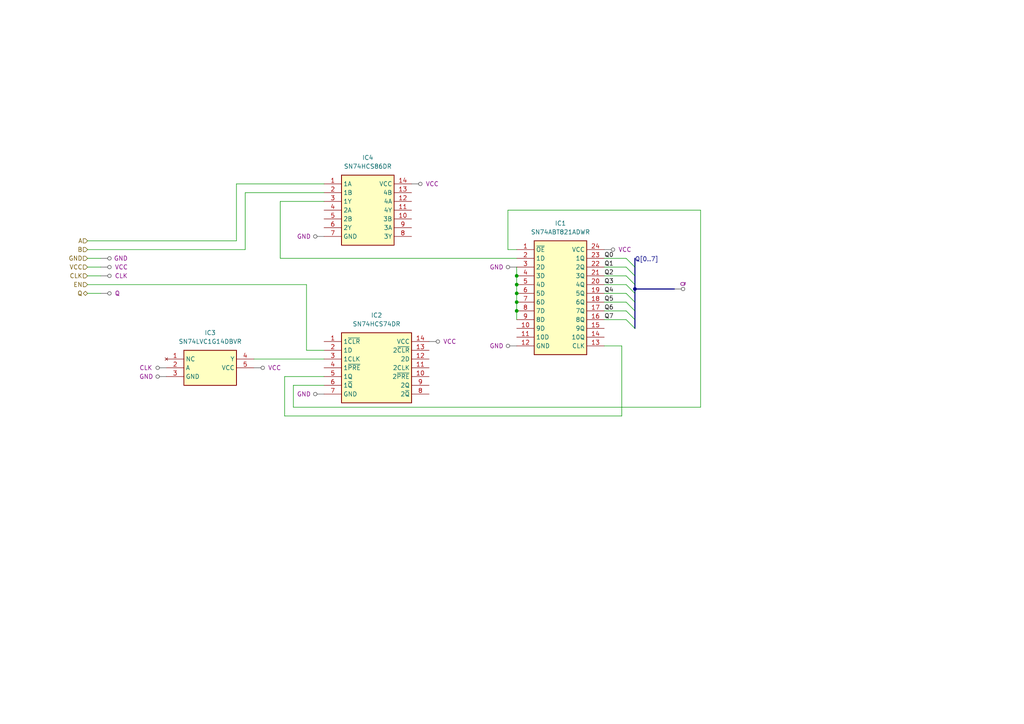
<source format=kicad_sch>
(kicad_sch (version 20250114) (generator "eeschema") (generator_version "9.0")
  (paper "A4")
  (lib_symbols
    (symbol "Samacsys:SN74ABT821ADWR"
      (property "Reference" "IC" (at 21.59 7.62 0))
      (property "Value" "SN74ABT821ADWR" (at 21.59 5.08 0))
      (symbol "SN74ABT821ADWR_1_1"
        (rectangle (start 5.08 2.54) (end 20.32 -30.48) (stroke (width 0.254)) (fill (type background)))
        (pin passive line (at 0 0 0) (length 5.08) (name "~{OE}") (number "1"))
        (pin passive line (at 0 -2.54 0) (length 5.08) (name "1D") (number "2"))
        (pin passive line (at 0 -5.08 0) (length 5.08) (name "2D") (number "3"))
        (pin passive line (at 0 -7.62 0) (length 5.08) (name "3D") (number "4"))
        (pin passive line (at 0 -10.16 0) (length 5.08) (name "4D") (number "5"))
        (pin passive line (at 0 -12.7 0) (length 5.08) (name "5D") (number "6"))
        (pin passive line (at 0 -15.24 0) (length 5.08) (name "6D") (number "7"))
        (pin passive line (at 0 -17.78 0) (length 5.08) (name "7D") (number "8"))
        (pin passive line (at 0 -20.32 0) (length 5.08) (name "8D") (number "9"))
        (pin passive line (at 0 -22.86 0) (length 5.08) (name "9D") (number "10"))
        (pin passive line (at 0 -25.4 0) (length 5.08) (name "10D") (number "11"))
        (pin passive line (at 0 -27.94 0) (length 5.08) (name "GND") (number "12"))
        (pin passive line (at 25.4 0 180) (length 5.08) (name "VCC") (number "24"))
        (pin passive line (at 25.4 -2.54 180) (length 5.08) (name "1Q") (number "23"))
        (pin passive line (at 25.4 -5.08 180) (length 5.08) (name "2Q") (number "22"))
        (pin passive line (at 25.4 -7.62 180) (length 5.08) (name "3Q") (number "21"))
        (pin passive line (at 25.4 -10.16 180) (length 5.08) (name "4Q") (number "20"))
        (pin passive line (at 25.4 -12.7 180) (length 5.08) (name "5Q") (number "19"))
        (pin passive line (at 25.4 -15.24 180) (length 5.08) (name "6Q") (number "18"))
        (pin passive line (at 25.4 -17.78 180) (length 5.08) (name "7Q") (number "17"))
        (pin passive line (at 25.4 -20.32 180) (length 5.08) (name "8Q") (number "16"))
        (pin passive line (at 25.4 -22.86 180) (length 5.08) (name "9Q") (number "15"))
        (pin passive line (at 25.4 -25.4 180) (length 5.08) (name "10Q") (number "14"))
        (pin passive line (at 25.4 -27.94 180) (length 5.08) (name "CLK") (number "13"))
      )
    )
    (symbol "Samacsys:SN74HCS74DR"
      (property "Reference" "IC" (at 26.67 7.62 0))
      (property "Value" "SN74HCS74DR" (at 26.67 5.08 0))
      (symbol "SN74HCS74DR_1_1"
        (rectangle (start 5.08 2.54) (end 25.4 -17.78) (stroke (width 0.254)) (fill (type background)))
        (pin passive line (at 0 0 0) (length 5.08) (name "1~{CLR}") (number "1"))
        (pin passive line (at 0 -2.54 0) (length 5.08) (name "1D") (number "2"))
        (pin passive line (at 0 -5.08 0) (length 5.08) (name "1CLK") (number "3"))
        (pin passive line (at 0 -7.62 0) (length 5.08) (name "1~{PRE}") (number "4"))
        (pin passive line (at 0 -10.16 0) (length 5.08) (name "1Q") (number "5"))
        (pin passive line (at 0 -12.7 0) (length 5.08) (name "1~{Q}") (number "6"))
        (pin passive line (at 0 -15.24 0) (length 5.08) (name "GND") (number "7"))
        (pin passive line (at 30.48 0 180) (length 5.08) (name "VCC") (number "14"))
        (pin passive line (at 30.48 -2.54 180) (length 5.08) (name "2~{CLR}") (number "13"))
        (pin passive line (at 30.48 -5.08 180) (length 5.08) (name "2D") (number "12"))
        (pin passive line (at 30.48 -7.62 180) (length 5.08) (name "2CLK") (number "11"))
        (pin passive line (at 30.48 -10.16 180) (length 5.08) (name "2~{PRE}") (number "10"))
        (pin passive line (at 30.48 -12.7 180) (length 5.08) (name "2Q") (number "9"))
        (pin passive line (at 30.48 -15.24 180) (length 5.08) (name "2~{Q}") (number "8"))
      )
    )
    (symbol "Samacsys:SN74HCS86DR"
      (property "Reference" "IC" (at 21.59 7.62 0))
      (property "Value" "SN74HCS86DR" (at 21.59 5.08 0))
      (symbol "SN74HCS86DR_1_1"
        (rectangle (start 5.08 2.54) (end 20.32 -17.78) (stroke (width 0.254)) (fill (type background)))
        (pin passive line (at 0 0 0) (length 5.08) (name "1A") (number "1"))
        (pin passive line (at 0 -2.54 0) (length 5.08) (name "1B") (number "2"))
        (pin passive line (at 0 -5.08 0) (length 5.08) (name "1Y") (number "3"))
        (pin passive line (at 0 -7.62 0) (length 5.08) (name "2A") (number "4"))
        (pin passive line (at 0 -10.16 0) (length 5.08) (name "2B") (number "5"))
        (pin passive line (at 0 -12.7 0) (length 5.08) (name "2Y") (number "6"))
        (pin passive line (at 0 -15.24 0) (length 5.08) (name "GND") (number "7"))
        (pin passive line (at 25.4 0 180) (length 5.08) (name "VCC") (number "14"))
        (pin passive line (at 25.4 -2.54 180) (length 5.08) (name "4B") (number "13"))
        (pin passive line (at 25.4 -5.08 180) (length 5.08) (name "4A") (number "12"))
        (pin passive line (at 25.4 -7.62 180) (length 5.08) (name "4Y") (number "11"))
        (pin passive line (at 25.4 -10.16 180) (length 5.08) (name "3B") (number "10"))
        (pin passive line (at 25.4 -12.7 180) (length 5.08) (name "3A") (number "9"))
        (pin passive line (at 25.4 -15.24 180) (length 5.08) (name "3Y") (number "8"))
      )
    )
    (symbol "Samacsys:SN74LVC1G14DBVR"
      (property "Reference" "IC" (at 21.59 7.62 0))
      (property "Value" "SN74LVC1G14DBVR" (at 21.59 5.08 0))
      (symbol "SN74LVC1G14DBVR_1_1"
        (rectangle (start 5.08 2.54) (end 20.32 -7.62) (stroke (width 0.254)) (fill (type background)))
        (pin no_connect line (at 0 0 0) (length 5.08) (name "NC") (number "1"))
        (pin passive line (at 0 -2.54 0) (length 5.08) (name "A") (number "2"))
        (pin passive line (at 0 -5.08 0) (length 5.08) (name "GND") (number "3"))
        (pin passive line (at 25.4 0 180) (length 5.08) (name "Y") (number "4"))
        (pin passive line (at 25.4 -2.54 180) (length 5.08) (name "VCC") (number "5"))
      )
    )
  )
  (junction (at 149.86 90.17))
  (junction (at 149.86 80.01))
  (junction (at 149.86 82.55))
  (junction (at 149.86 87.63))
  (junction (at 149.86 85.09))
  (junction (at 184.15 83.82))
  (bus_entry (at 181.61 90.17) (size 2.54 2.54))
  (bus_entry (at 184.15 85.09) (size -2.54 -2.54))
  (bus_entry (at 184.15 77.47) (size -2.54 -2.54))
  (bus_entry (at 184.15 80.01) (size -2.54 -2.54))
  (bus_entry (at 181.61 92.71) (size 2.54 2.54))
  (bus_entry (at 181.61 85.09) (size 2.54 2.54))
  (bus_entry (at 181.61 87.63) (size 2.54 2.54))
  (bus_entry (at 184.15 82.55) (size -2.54 -2.54))
  (wire (pts (xy 82.55 109.22) (xy 82.55 120.65)))
  (wire (pts (xy 68.58 53.34) (xy 93.98 53.34)))
  (bus (pts (xy 184.15 83.82) (xy 184.15 85.09)))
  (wire (pts (xy 149.86 74.93) (xy 81.28 74.93)))
  (wire (pts (xy 73.66 104.14) (xy 93.98 104.14)))
  (wire (pts (xy 149.86 90.17) (xy 149.86 92.71)))
  (wire (pts (xy 93.98 109.22) (xy 82.55 109.22)))
  (wire (pts (xy 25.4 69.85) (xy 68.58 69.85)))
  (wire (pts (xy 85.09 118.11) (xy 203.2 118.11)))
  (wire (pts (xy 147.32 60.96) (xy 147.32 72.39)))
  (wire (pts (xy 175.26 92.71) (xy 181.61 92.71)))
  (wire (pts (xy 175.26 74.93) (xy 181.61 74.93)))
  (bus (pts (xy 184.15 83.82) (xy 195.58 83.82)))
  (wire (pts (xy 82.55 120.65) (xy 180.34 120.65)))
  (wire (pts (xy 29.21 77.47) (xy 25.4 77.47)))
  (wire (pts (xy 29.21 74.93) (xy 25.4 74.93)))
  (wire (pts (xy 175.26 85.09) (xy 181.61 85.09)))
  (wire (pts (xy 147.32 72.39) (xy 149.86 72.39)))
  (wire (pts (xy 175.26 90.17) (xy 181.61 90.17)))
  (bus (pts (xy 184.15 85.09) (xy 184.15 87.63)))
  (wire (pts (xy 175.26 82.55) (xy 181.61 82.55)))
  (wire (pts (xy 149.86 77.47) (xy 149.86 80.01)))
  (wire (pts (xy 71.12 72.39) (xy 71.12 55.88)))
  (bus (pts (xy 184.15 82.55) (xy 184.15 83.82)))
  (wire (pts (xy 68.58 69.85) (xy 68.58 53.34)))
  (wire (pts (xy 203.2 118.11) (xy 203.2 60.96)))
  (wire (pts (xy 88.9 82.55) (xy 88.9 101.6)))
  (wire (pts (xy 180.34 100.33) (xy 175.26 100.33)))
  (wire (pts (xy 180.34 120.65) (xy 180.34 100.33)))
  (wire (pts (xy 88.9 101.6) (xy 93.98 101.6)))
  (wire (pts (xy 25.4 72.39) (xy 71.12 72.39)))
  (wire (pts (xy 175.26 77.47) (xy 181.61 77.47)))
  (wire (pts (xy 149.86 87.63) (xy 149.86 90.17)))
  (wire (pts (xy 29.21 85.09) (xy 25.4 85.09)))
  (wire (pts (xy 175.26 80.01) (xy 181.61 80.01)))
  (wire (pts (xy 203.2 60.96) (xy 147.32 60.96)))
  (wire (pts (xy 71.12 55.88) (xy 93.98 55.88)))
  (wire (pts (xy 149.86 82.55) (xy 149.86 80.01)))
  (bus (pts (xy 184.15 92.71) (xy 184.15 95.25)))
  (wire (pts (xy 29.21 80.01) (xy 25.4 80.01)))
  (wire (pts (xy 25.4 82.55) (xy 88.9 82.55)))
  (wire (pts (xy 149.86 85.09) (xy 149.86 87.63)))
  (wire (pts (xy 175.26 87.63) (xy 181.61 87.63)))
  (wire (pts (xy 93.98 111.76) (xy 85.09 111.76)))
  (bus (pts (xy 184.15 90.17) (xy 184.15 92.71)))
  (bus (pts (xy 184.15 77.47) (xy 184.15 80.01)))
  (bus (pts (xy 184.15 74.93) (xy 184.15 77.47)))
  (wire (pts (xy 149.86 82.55) (xy 149.86 85.09)))
  (wire (pts (xy 81.28 74.93) (xy 81.28 58.42)))
  (bus (pts (xy 184.15 87.63) (xy 184.15 90.17)))
  (wire (pts (xy 81.28 58.42) (xy 93.98 58.42)))
  (wire (pts (xy 85.09 111.76) (xy 85.09 118.11)))
  (bus (pts (xy 184.15 80.01) (xy 184.15 82.55)))
  (label "Q6" (at 175.26 90.17 0))
  (label "Q4" (at 175.26 85.09 0))
  (label "Q3" (at 175.26 82.55 0))
  (label "Q7" (at 175.26 92.71 0))
  (label "Q1" (at 175.26 77.47 0))
  (label "Q[0..7]" (at 184.15 76.2 0))
  (label "Q2" (at 175.26 80.01 0))
  (label "Q0" (at 175.26 74.93 0))
  (label "Q5" (at 175.26 87.63 0))
  (hierarchical_label "B" (shape input) (at 25.4 72.39 180))
  (hierarchical_label "CLK" (shape input) (at 25.4 80.01 180))
  (hierarchical_label "GND" (shape input) (at 25.4 74.93 180))
  (hierarchical_label "Q" (shape tri_state) (at 25.4 85.09 180))
  (hierarchical_label "EN" (shape input) (at 25.4 82.55 180))
  (hierarchical_label "A" (shape input) (at 25.4 69.85 180))
  (hierarchical_label "VCC" (shape input) (at 25.4 77.47 180))
  (netclass_flag "" (length 2.54) (shape round) (at 149.86 77.47 90) (property "Netclass" "GND" (at 141.986 77.47 0) (effects (justify left))))
  (netclass_flag "" (length 2.54) (shape round) (at 73.66 106.68 270) (property "Netclass" "VCC" (at 77.724 106.68 0) (effects (justify left))))
  (netclass_flag "" (length 2.54) (shape round) (at 124.46 99.06 270) (property "Netclass" "VCC" (at 128.524 99.06 0) (effects (justify left))))
  (netclass_flag "" (length 2.54) (shape round) (at 149.86 100.33 90) (property "Netclass" "GND" (at 141.986 100.33 0) (effects (justify left))))
  (netclass_flag "" (length 2.54) (shape round) (at 93.98 68.58 90) (property "Netclass" "GND" (at 86.106 68.58 0) (effects (justify left))))
  (netclass_flag "" (length 2.54) (shape round) (at 48.26 109.22 90) (property "Netclass" "GND" (at 40.386 109.22 0) (effects (justify left))))
  (netclass_flag "" (length 2.54) (shape round) (at 195.58 83.82 270) (property "Netclass" "Q" (at 198.12 83.1215 90) (effects (justify left))))
  (netclass_flag "" (length 2.54) (shape round) (at 29.21 74.93 270) (property "Netclass" "GND" (at 37.084 74.93 0) (effects (justify right))))
  (netclass_flag "" (length 2.54) (shape round) (at 93.98 114.3 90) (property "Netclass" "GND" (at 86.106 114.3 0) (effects (justify left))))
  (netclass_flag "" (length 2.54) (shape round) (at 29.21 85.09 270) (property "Netclass" "Q" (at 33.274 85.09 0) (effects (justify left))))
  (netclass_flag "" (length 2.54) (shape round) (at 29.21 77.47 270) (property "Netclass" "VCC" (at 33.274 77.47 0) (effects (justify left))))
  (netclass_flag "" (length 2.54) (shape round) (at 175.26 72.39 270) (property "Netclass" "VCC" (at 179.324 72.39 0) (effects (justify left))))
  (netclass_flag "" (length 2.54) (shape round) (at 119.38 53.34 270) (property "Netclass" "VCC" (at 123.444 53.34 0) (effects (justify left))))
  (netclass_flag "" (length 2.54) (shape round) (at 48.26 106.68 90) (property "Netclass" "CLK" (at 44.196 106.68 0) (effects (justify right))))
  (netclass_flag "" (length 2.54) (shape round) (at 29.21 80.01 270) (property "Netclass" "CLK" (at 33.274 80.01 0) (effects (justify left))))
  (symbol (lib_id "Samacsys:SN74LVC1G14DBVR") (at 48.26 104.14 0) (unit 1)
    (property "Reference" "IC3" (at 60.96 96.52 0))
    (property "Value" "SN74LVC1G14DBVR" (at 60.96 99.06 0))
    (property "Footprint" "Samacsys:SOT95P280X145-5N" (effects (hide yes)))
    (property "Datasheet" "https://datasheet.datasheetarchive.com/originals/distributors/Datasheets-DGA13/1136296.pdf" (effects (hide yes)))
    (property "Description" "TEXAS INSTRUMENTS - SN74LVC1G14DBVR - IC, SCHMITT TRIGGER INVERTER, SMD" (effects (hide yes)))
    (property "Height" "1.45" (effects (hide yes)))
    (property "Mouser Part Number" "595-SN74LVC1G14DBVR" (effects (hide yes)))
    (property "Mouser Price/Stock" "https://www.mouser.co.uk/ProductDetail/Texas-Instruments/SN74LVC1G14DBVR?qs=dT9u2OTAaVWRIgCrQFnxuQ%3D%3D" (effects (hide yes)))
    (property "Manufacturer_Name" "Texas Instruments" (effects (hide yes)))
    (property "Manufacturer_Part_Number" "SN74LVC1G14DBVR" (effects (hide yes)))
  )
  (symbol (lib_id "Samacsys:SN74HCS86DR") (at 93.98 53.34 0) (unit 1)
    (property "Reference" "IC4" (at 106.68 45.72 0))
    (property "Value" "SN74HCS86DR" (at 106.68 48.26 0))
    (property "Footprint" "Samacsys:SOIC127P600X175-14N" (effects (hide yes)))
    (property "Datasheet" "https://www.ti.com/lit/gpn/sn74hcs86" (effects (hide yes)))
    (property "Description" "Logic Gates Quadruple 2-input XOR gates with Schmitt-trigger inputs" (effects (hide yes)))
    (property "Height" "1.75" (effects (hide yes)))
    (property "Mouser Part Number" "595-SN74HCS86DR" (effects (hide yes)))
    (property "Mouser Price/Stock" "https://www.mouser.co.uk/ProductDetail/Texas-Instruments/SN74HCS86DR?qs=7MVldsJ5Uax3N1HpQm%2FwtA%3D%3D" (effects (hide yes)))
    (property "Manufacturer_Name" "Texas Instruments" (effects (hide yes)))
    (property "Manufacturer_Part_Number" "SN74HCS86DR" (effects (hide yes)))
  )
  (symbol (lib_id "Samacsys:SN74HCS74DR") (at 93.98 99.06 0) (unit 1)
    (property "Reference" "IC2" (at 109.22 91.44 0))
    (property "Value" "SN74HCS74DR" (at 109.22 93.98 0))
    (property "Footprint" "Samacsys:SOIC127P600X175-14N" (effects (hide yes)))
    (property "Datasheet" "https://www.ti.com/lit/ds/symlink/sn74hcs74.pdf?ts=1639343819655&ref_url=https%253A%252F%252Fwww.ti.com%252Fproduct%252FSN74HCS74" (effects (hide yes)))
    (property "Description" "Flip-Flops Schmitt-trigger input dual D-type positive-edge-triggered flip-flops w/ clear and preset 14-SOIC -40 to 125" (effects (hide yes)))
    (property "Height" "1.75" (effects (hide yes)))
    (property "Mouser Part Number" "595-SN74HCS74DR" (effects (hide yes)))
    (property "Mouser Price/Stock" "https://www.mouser.co.uk/ProductDetail/Texas-Instruments/SN74HCS74DR?qs=TiOZkKH1s2QvGxo75w4r5Q%3D%3D" (effects (hide yes)))
    (property "Manufacturer_Name" "Texas Instruments" (effects (hide yes)))
    (property "Manufacturer_Part_Number" "SN74HCS74DR" (effects (hide yes)))
  )
  (symbol (lib_id "Samacsys:SN74ABT821ADWR") (at 149.86 72.39 0) (unit 1)
    (property "Reference" "IC1" (at 162.56 64.77 0))
    (property "Value" "SN74ABT821ADWR" (at 162.56 67.31 0))
    (property "Footprint" "Samacsys:SOIC127P1030X265-24N" (effects (hide yes)))
    (property "Datasheet" "http://www.ti.com/lit/gpn/sn74abt821a" (effects (hide yes)))
    (property "Description" "10-Bit Bus Interface Flip-Flops With 3-State Outputs" (effects (hide yes)))
    (property "Height" "2.65" (effects (hide yes)))
    (property "Mouser Part Number" "595-SN74ABT821ADWR" (effects (hide yes)))
    (property "Mouser Price/Stock" "https://www.mouser.co.uk/ProductDetail/Texas-Instruments/SN74ABT821ADWR?qs=FM6NhYOeeBXxX%2Fnpl0SzFQ%3D%3D" (effects (hide yes)))
    (property "Manufacturer_Name" "Texas Instruments" (effects (hide yes)))
    (property "Manufacturer_Part_Number" "SN74ABT821ADWR" (effects (hide yes)))
  )
)
</source>
